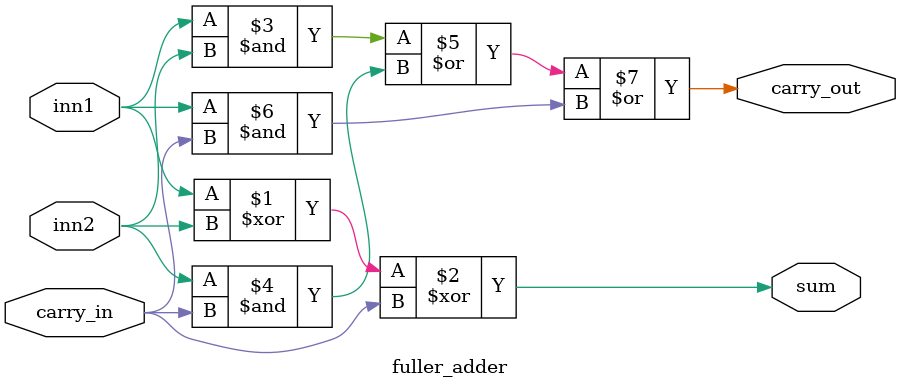
<source format=v>
`timescale 1ns / 1ps


module fuller_adder(inn1,inn2,carry_in,sum,carry_out);
    input inn1,inn2,carry_in;    //taken 2 input & carry_in wire for fulladder input
    output sum,carry_out; //taken output of sum,carry 
    
    assign sum=inn1^inn2^carry_in; //use concatenation operator for sum& carry_out generation
    assign carry_out=(inn1 & inn2)|(inn2 & carry_in)|(inn1 & carry_in);
endmodule

</source>
